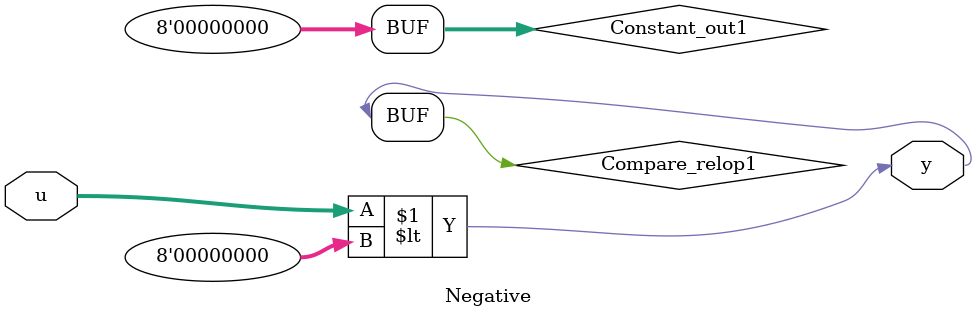
<source format=v>



`timescale 1 ns / 1 ns

module Negative
          (u,
           y);


  input   [7:0] u;  // uint8
  output  y;


  wire [7:0] Constant_out1;  // uint8
  wire Compare_relop1;


  assign Constant_out1 = 8'b00000000;



  assign Compare_relop1 = u < Constant_out1;



  assign y = Compare_relop1;

endmodule  // Negative


</source>
